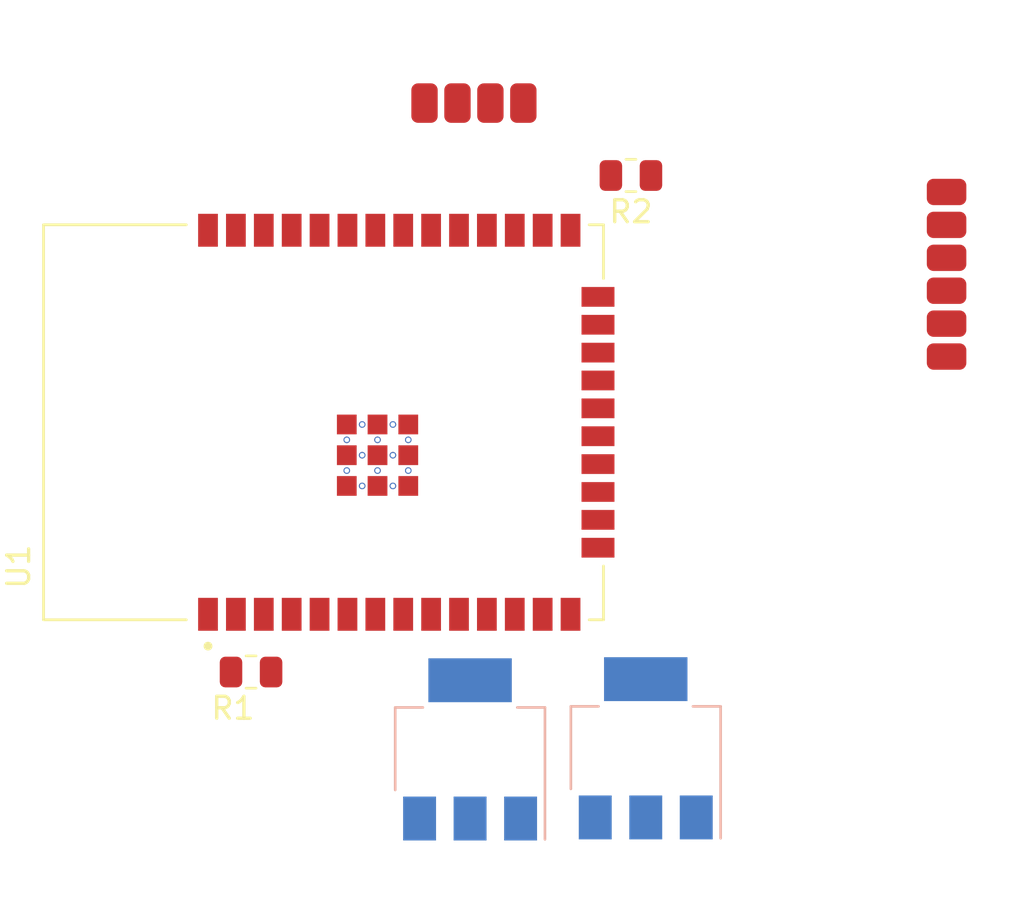
<source format=kicad_pcb>
(kicad_pcb (version 20221018) (generator pcbnew)
  (layers (0 "F.Cu" signal) (31 "B.Cu" signal) (34 "B.Paste" user) (35 "F.Paste" user) (36 "B.SilkS" user "B.Silkscreen") (37 "F.SilkS" user "F.Silkscreen") (38 "B.Mask" user) (39 "F.Mask" user) (44 "Edge.Cuts" user))
  (net 0 "")
  (net 1 "+3.3V")
  (net 2 "EN")
  (net 3 "GND")
  (net 17 "Boot")
  (net 26 "+5V")
  (net 27 "VCC")
  (net 28 "RX2")
  (net 35 "TX2")
  (net 37 "RX0")
  (net 38 "TX0")
  (footprint "ESP32-WROOM-32E:ESP32-WROOM-32E" (layer "F.Cu") (at 131.325 86.77 90)
    (fp_text reference "U1" (at -6.575 -13.885 90) (layer "F.SilkS"))
    (fp_text value "ESP32-WROOM-32E" hide)
    (fp_line (start -9 -12.75) (end 9 -12.75) (stroke (width 0.127)) (layer "F.SilkS"))
    (fp_line (start -9 -6.25) (end -9 -12.75) (stroke (width 0.127)) (layer "F.SilkS"))
    (fp_line (start -9 12.1) (end -9 12.75) (stroke (width 0.127)) (layer "F.SilkS"))
    (fp_line (start -9 12.75) (end -6.55 12.75) (stroke (width 0.127)) (layer "F.SilkS"))
    (fp_line (start 6.55 12.75) (end 9 12.75) (stroke (width 0.127)) (layer "F.SilkS"))
    (fp_line (start 9 -12.75) (end 9 -6.25) (stroke (width 0.127)) (layer "F.SilkS"))
    (fp_line (start 9 12.75) (end 9 12.1) (stroke (width 0.127)) (layer "F.SilkS"))
    (fp_circle (center -10.2 -5.26) (end -10.1 -5.26) (stroke (width 0.2)) (fill none) (layer "F.SilkS"))
    (pad "1" smd rect (at -8.75 -5.26 90) (size 1.5 0.9) (layers "F.Cu" "F.Paste" "F.Mask") (net 3 "GND"))
    (pad "2" smd rect (at -8.75 -3.99 90) (size 1.5 0.9) (layers "F.Cu" "F.Paste" "F.Mask") (net 1 "+3.3V"))
    (pad "3" smd rect (at -8.75 -2.72 90) (size 1.5 0.9) (layers "F.Cu" "F.Paste" "F.Mask") (net 2 "EN"))
    (pad "4" smd rect (at -8.75 -1.45 90) (size 1.5 0.9) (layers "F.Cu" "F.Paste" "F.Mask"))
    (pad "5" smd rect (at -8.75 -0.18 90) (size 1.5 0.9) (layers "F.Cu" "F.Paste" "F.Mask"))
    (pad "6" smd rect (at -8.75 1.09 90) (size 1.5 0.9) (layers "F.Cu" "F.Paste" "F.Mask"))
    (pad "7" smd rect (at -8.75 2.36 90) (size 1.5 0.9) (layers "F.Cu" "F.Paste" "F.Mask"))
    (pad "8" smd rect (at -8.75 3.63 90) (size 1.5 0.9) (layers "F.Cu" "F.Paste" "F.Mask"))
    (pad "9" smd rect (at -8.75 4.9 90) (size 1.5 0.9) (layers "F.Cu" "F.Paste" "F.Mask"))
    (pad "10" smd rect (at -8.75 6.17 90) (size 1.5 0.9) (layers "F.Cu" "F.Paste" "F.Mask"))
    (pad "11" smd rect (at -8.75 7.44 90) (size 1.5 0.9) (layers "F.Cu" "F.Paste" "F.Mask"))
    (pad "12" smd rect (at -8.75 8.71 90) (size 1.5 0.9) (layers "F.Cu" "F.Paste" "F.Mask"))
    (pad "13" smd rect (at -8.75 9.98 90) (size 1.5 0.9) (layers "F.Cu" "F.Paste" "F.Mask"))
    (pad "14" smd rect (at -8.75 11.25 90) (size 1.5 0.9) (layers "F.Cu" "F.Paste" "F.Mask"))
    (pad "15" smd rect (at -5.715 12.5 90) (size 0.9 1.5) (layers "F.Cu" "F.Paste" "F.Mask") (net 3 "GND"))
    (pad "16" smd rect (at -4.445 12.5 90) (size 0.9 1.5) (layers "F.Cu" "F.Paste" "F.Mask"))
    (pad "17" smd rect (at -3.175 12.5 90) (size 0.9 1.5) (layers "F.Cu" "F.Paste" "F.Mask"))
    (pad "18" smd rect (at -1.905 12.5 90) (size 0.9 1.5) (layers "F.Cu" "F.Paste" "F.Mask"))
    (pad "19" smd rect (at -0.635 12.5 90) (size 0.9 1.5) (layers "F.Cu" "F.Paste" "F.Mask"))
    (pad "20" smd rect (at 0.635 12.5 90) (size 0.9 1.5) (layers "F.Cu" "F.Paste" "F.Mask"))
    (pad "21" smd rect (at 1.905 12.5 90) (size 0.9 1.5) (layers "F.Cu" "F.Paste" "F.Mask"))
    (pad "22" smd rect (at 3.175 12.5 90) (size 0.9 1.5) (layers "F.Cu" "F.Paste" "F.Mask"))
    (pad "23" smd rect (at 4.445 12.5 90) (size 0.9 1.5) (layers "F.Cu" "F.Paste" "F.Mask"))
    (pad "24" smd rect (at 5.715 12.5 90) (size 0.9 1.5) (layers "F.Cu" "F.Paste" "F.Mask"))
    (pad "25" smd rect (at 8.75 11.25 90) (size 1.5 0.9) (layers "F.Cu" "F.Paste" "F.Mask") (net 17 "Boot"))
    (pad "26" smd rect (at 8.75 9.98 90) (size 1.5 0.9) (layers "F.Cu" "F.Paste" "F.Mask"))
    (pad "27" smd rect (at 8.75 8.71 90) (size 1.5 0.9) (layers "F.Cu" "F.Paste" "F.Mask") (net 28 "RX2"))
    (pad "28" smd rect (at 8.75 7.44 90) (size 1.5 0.9) (layers "F.Cu" "F.Paste" "F.Mask") (net 35 "TX2"))
    (pad "29" smd rect (at 8.75 6.17 90) (size 1.5 0.9) (layers "F.Cu" "F.Paste" "F.Mask"))
    (pad "30" smd rect (at 8.75 4.9 90) (size 1.5 0.9) (layers "F.Cu" "F.Paste" "F.Mask"))
    (pad "31" smd rect (at 8.75 3.63 90) (size 1.5 0.9) (layers "F.Cu" "F.Paste" "F.Mask"))
    (pad "32" smd rect (at 8.75 2.36 90) (size 1.5 0.9) (layers "F.Cu" "F.Paste" "F.Mask"))
    (pad "33" smd rect (at 8.75 1.09 90) (size 1.5 0.9) (layers "F.Cu" "F.Paste" "F.Mask"))
    (pad "34" smd rect (at 8.75 -0.18 90) (size 1.5 0.9) (layers "F.Cu" "F.Paste" "F.Mask") (net 37 "RX0"))
    (pad "35" smd rect (at 8.75 -1.45 90) (size 1.5 0.9) (layers "F.Cu" "F.Paste" "F.Mask") (net 38 "TX0"))
    (pad "36" smd rect (at 8.75 -2.72 90) (size 1.5 0.9) (layers "F.Cu" "F.Paste" "F.Mask"))
    (pad "37" smd rect (at 8.75 -3.99 90) (size 1.5 0.9) (layers "F.Cu" "F.Paste" "F.Mask"))
    (pad "38" smd rect (at 8.75 -5.26 90) (size 1.5 0.9) (layers "F.Cu" "F.Paste" "F.Mask") (net 3 "GND"))
    (pad "39_1" smd rect (at -2.9 1.06 90) (size 0.9 0.9) (layers "F.Cu" "F.Paste" "F.Mask") (net 3 "GND"))
    (pad "39_2" smd rect (at -1.5 1.06 90) (size 0.9 0.9) (layers "F.Cu" "F.Paste" "F.Mask") (net 3 "GND"))
    (pad "39_3" smd rect (at -0.1 1.06 90) (size 0.9 0.9) (layers "F.Cu" "F.Paste" "F.Mask") (net 3 "GND"))
    (pad "39_4" smd rect (at -2.9 2.46 90) (size 0.9 0.9) (layers "F.Cu" "F.Paste" "F.Mask") (net 3 "GND"))
    (pad "39_5" smd rect (at -1.5 2.46 90) (size 0.9 0.9) (layers "F.Cu" "F.Paste" "F.Mask") (net 3 "GND"))
    (pad "39_6" smd rect (at -0.1 2.46 90) (size 0.9 0.9) (layers "F.Cu" "F.Paste" "F.Mask") (net 3 "GND"))
    (pad "39_7" smd rect (at -2.9 3.86 90) (size 0.9 0.9) (layers "F.Cu" "F.Paste" "F.Mask") (net 3 "GND"))
    (pad "39_8" smd rect (at -1.5 3.86 90) (size 0.9 0.9) (layers "F.Cu" "F.Paste" "F.Mask") (net 3 "GND"))
    (pad "39_9" smd rect (at -0.1 3.86 90) (size 0.9 0.9) (layers "F.Cu" "F.Paste" "F.Mask") (net 3 "GND"))
    (pad "39_10" thru_hole circle (at -2.2 1.06 90) (size 0.3 0.3) (drill 0.2) (layers "*.Cu"))
    (pad "39_11" thru_hole circle (at -0.8 1.06 90) (size 0.3 0.3) (drill 0.2) (layers "*.Cu"))
    (pad "39_12" thru_hole circle (at -2.9 1.76 90) (size 0.3 0.3) (drill 0.2) (layers "*.Cu"))
    (pad "39_13" thru_hole circle (at -1.5 1.76 90) (size 0.3 0.3) (drill 0.2) (layers "*.Cu"))
    (pad "39_14" thru_hole circle (at -0.1 1.76 90) (size 0.3 0.3) (drill 0.2) (layers "*.Cu"))
    (pad "39_15" thru_hole circle (at -2.2 2.46 90) (size 0.3 0.3) (drill 0.2) (layers "*.Cu"))
    (pad "39_16" thru_hole circle (at -0.8 2.46 90) (size 0.3 0.3) (drill 0.2) (layers "*.Cu"))
    (pad "39_17" thru_hole circle (at -2.9 3.16 90) (size 0.3 0.3) (drill 0.2) (layers "*.Cu"))
    (pad "39_18" thru_hole circle (at -1.5 3.16 90) (size 0.3 0.3) (drill 0.2) (layers "*.Cu"))
    (pad "39_19" thru_hole circle (at -0.1 3.16 90) (size 0.3 0.3) (drill 0.2) (layers "*.Cu"))
    (pad "39_20" thru_hole circle (at -2.2 3.86 90) (size 0.3 0.3) (drill 0.2) (layers "*.Cu"))
    (pad "39_21" thru_hole circle (at -0.8 3.86 90) (size 0.3 0.3) (drill 0.2) (layers "*.Cu"))
  )
  (footprint "Resistor_SMD:R_0805_2012Metric" (layer "F.Cu") (at 128.025 98.15)
    (fp_text reference "R1" (at -0.825 1.65) (layer "F.SilkS"))
    (fp_text value "1k" hide)
    (fp_line (start -0.227064 -0.735) (end 0.227064 -0.735) (stroke (width 0.12)) (layer "F.SilkS"))
    (fp_line (start -0.227064 0.735) (end 0.227064 0.735) (stroke (width 0.12)) (layer "F.SilkS"))
    (pad "1" smd roundrect (at -0.9125 0) (size 1.025 1.4) (layers "F.Cu" "F.Paste" "F.Mask") (roundrect_rratio 0.243902) (net 1 "+3.3V"))
    (pad "2" smd roundrect (at 0.9125 0) (size 1.025 1.4) (layers "F.Cu" "F.Paste" "F.Mask") (roundrect_rratio 0.243902) (net 2 "EN"))
  )
  (footprint "Library:Programming pads" (layer "F.Cu") (at 159.7 79.989 -90)
    (fp_text reference "s2" hide)
    (fp_text value "EN")
    (pad "1" smd roundrect (at -3.714 0 270) (size 1.2 1.8) (layers "F.Cu" "F.Paste" "F.Mask") (net 2 "EN"))
    (pad "2" smd roundrect (at -2.214 0 270) (size 1.2 1.8) (layers "F.Cu" "F.Paste" "F.Mask") (net 17 "Boot"))
    (pad "3" smd roundrect (at -0.714 0 270) (size 1.2 1.8) (layers "F.Cu" "F.Paste" "F.Mask") (net 37 "RX0"))
    (pad "4" smd roundrect (at 0.786 0 270) (size 1.2 1.8) (layers "F.Cu" "F.Paste" "F.Mask") (net 38 "TX0"))
    (pad "5" smd roundrect (at 2.286 0 270) (size 1.2 1.8) (layers "F.Cu" "F.Paste" "F.Mask") (net 26 "+5V"))
    (pad "6" smd roundrect (at 3.786 0 270) (size 1.2 1.8) (layers "F.Cu" "F.Paste" "F.Mask") (net 3 "GND"))
  )
  (footprint "Library:Serial_Device" (layer "F.Cu") (at 138.163 72.225 180)
    (fp_text reference "s1" hide)
    (fp_text value "~" hide)
    (pad "1" smd roundrect (at -2.262 0 180) (size 1.2 1.8) (layers "F.Cu" "F.Paste" "F.Mask") (net 28 "RX2"))
    (pad "2" smd roundrect (at -0.762 0 180) (size 1.2 1.8) (layers "F.Cu" "F.Paste" "F.Mask") (net 35 "TX2"))
    (pad "3" smd roundrect (at 0.738 0 180) (size 1.2 1.8) (layers "F.Cu" "F.Paste" "F.Mask") (net 26 "+5V"))
    (pad "4" smd roundrect (at 2.238 0 180) (size 1.2 1.8) (layers "F.Cu" "F.Paste" "F.Mask") (net 3 "GND"))
  )
  (footprint "Resistor_SMD:R_0805_2012Metric" (layer "F.Cu") (at 145.325 75.525 180)
    (fp_text reference "R2" (at 0 -1.65) (layer "F.SilkS"))
    (fp_text value "1k" hide)
    (fp_line (start -0.227064 -0.735) (end 0.227064 -0.735) (stroke (width 0.12)) (layer "F.SilkS"))
    (fp_line (start -0.227064 0.735) (end 0.227064 0.735) (stroke (width 0.12)) (layer "F.SilkS"))
    (pad "1" smd roundrect (at -0.9125 0 180) (size 1.025 1.4) (layers "F.Cu" "F.Paste" "F.Mask") (roundrect_rratio 0.243902) (net 1 "+3.3V"))
    (pad "2" smd roundrect (at 0.9125 0 180) (size 1.025 1.4) (layers "F.Cu" "F.Paste" "F.Mask") (roundrect_rratio 0.243902) (net 17 "Boot"))
  )
  (footprint "Package_TO_SOT_SMD:SOT-223-3_TabPin2" (layer "B.Cu") (at 138 101.675 90)
    (fp_text reference "U3" hide)
    (fp_text value "AMS1117-5.0" hide)
    (fp_line (start -4.1 3.41) (end 1.91 3.41) (stroke (width 0.12)) (layer "B.SilkS"))
    (fp_line (start -1.85 -3.41) (end 1.91 -3.41) (stroke (width 0.12)) (layer "B.SilkS"))
    (fp_line (start 1.91 -3.41) (end 1.91 -2.15) (stroke (width 0.12)) (layer "B.SilkS"))
    (fp_line (start 1.91 3.41) (end 1.91 2.15) (stroke (width 0.12)) (layer "B.SilkS"))
    (pad "1" smd rect (at -3.15 2.3 90) (size 2 1.5) (layers "B.Cu" "B.Paste" "B.Mask") (net 3 "GND"))
    (pad "2" smd rect (at -3.15 0 90) (size 2 1.5) (layers "B.Cu" "B.Paste" "B.Mask") (net 26 "+5V"))
    (pad "2" smd rect (at 3.15 0 90) (size 2 3.8) (layers "B.Cu" "B.Paste" "B.Mask") (net 26 "+5V"))
    (pad "3" smd rect (at -3.15 -2.3 90) (size 2 1.5) (layers "B.Cu" "B.Paste" "B.Mask") (net 27 "VCC"))
  )
  (footprint "Package_TO_SOT_SMD:SOT-223-3_TabPin2" (layer "B.Cu") (at 146 101.625 90)
    (fp_text reference "U2" hide)
    (fp_text value "AMS1117-3.3" hide)
    (fp_line (start -4.1 3.41) (end 1.91 3.41) (stroke (width 0.12)) (layer "B.SilkS"))
    (fp_line (start -1.85 -3.41) (end 1.91 -3.41) (stroke (width 0.12)) (layer "B.SilkS"))
    (fp_line (start 1.91 -3.41) (end 1.91 -2.15) (stroke (width 0.12)) (layer "B.SilkS"))
    (fp_line (start 1.91 3.41) (end 1.91 2.15) (stroke (width 0.12)) (layer "B.SilkS"))
    (pad "1" smd rect (at -3.15 2.3 90) (size 2 1.5) (layers "B.Cu" "B.Paste" "B.Mask") (net 3 "GND"))
    (pad "2" smd rect (at -3.15 0 90) (size 2 1.5) (layers "B.Cu" "B.Paste" "B.Mask") (net 1 "+3.3V"))
    (pad "2" smd rect (at 3.15 0 90) (size 2 3.8) (layers "B.Cu" "B.Paste" "B.Mask") (net 1 "+3.3V"))
    (pad "3" smd rect (at -3.15 -2.3 90) (size 2 1.5) (layers "B.Cu" "B.Paste" "B.Mask") (net 26 "+5V"))
  )
)
</source>
